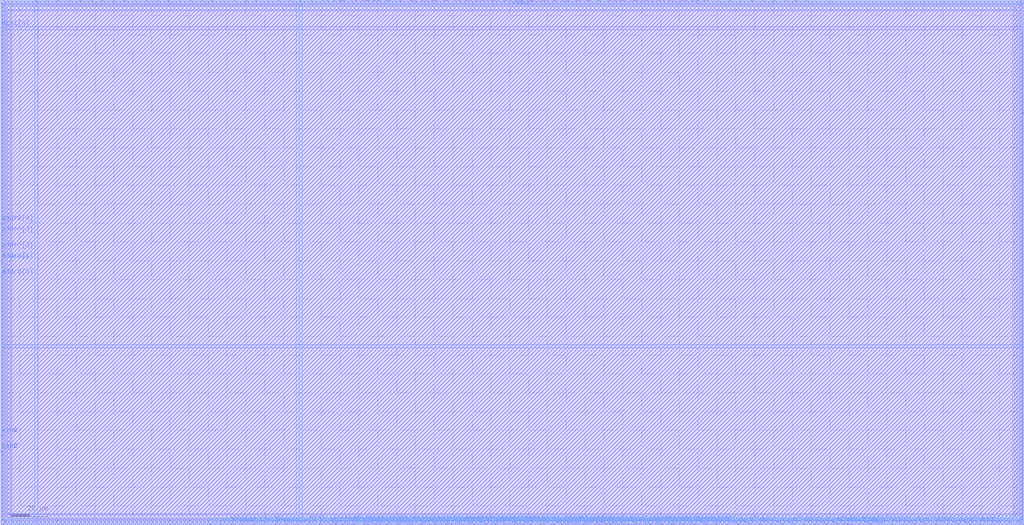
<source format=lef>
VERSION 5.4 ;
NAMESCASESENSITIVE ON ;
BUSBITCHARS "[]" ;
DIVIDERCHAR "/" ;
UNITS
  DATABASE MICRONS 1000 ;
END UNITS
MACRO tcm_mem_ram
   CLASS BLOCK ;
   SIZE 542.78 BY 278.5 ;
   SYMMETRY X Y R90 ;
   PIN din0[0]
      DIRECTION INPUT ;
      PORT
         LAYER met4 ;
         RECT  157.44 0.0 157.82 0.38 ;
      END
   END din0[0]
   PIN din0[1]
      DIRECTION INPUT ;
      PORT
         LAYER met4 ;
         RECT  163.28 0.0 163.66 0.38 ;
      END
   END din0[1]
   PIN din0[2]
      DIRECTION INPUT ;
      PORT
         LAYER met4 ;
         RECT  169.12 0.0 169.5 0.38 ;
      END
   END din0[2]
   PIN din0[3]
      DIRECTION INPUT ;
      PORT
         LAYER met4 ;
         RECT  174.96 0.0 175.34 0.38 ;
      END
   END din0[3]
   PIN din0[4]
      DIRECTION INPUT ;
      PORT
         LAYER met4 ;
         RECT  180.8 0.0 181.18 0.38 ;
      END
   END din0[4]
   PIN din0[5]
      DIRECTION INPUT ;
      PORT
         LAYER met4 ;
         RECT  186.64 0.0 187.02 0.38 ;
      END
   END din0[5]
   PIN din0[6]
      DIRECTION INPUT ;
      PORT
         LAYER met4 ;
         RECT  192.48 0.0 192.86 0.38 ;
      END
   END din0[6]
   PIN din0[7]
      DIRECTION INPUT ;
      PORT
         LAYER met4 ;
         RECT  198.32 0.0 198.7 0.38 ;
      END
   END din0[7]
   PIN din0[8]
      DIRECTION INPUT ;
      PORT
         LAYER met4 ;
         RECT  204.16 0.0 204.54 0.38 ;
      END
   END din0[8]
   PIN din0[9]
      DIRECTION INPUT ;
      PORT
         LAYER met4 ;
         RECT  210.0 0.0 210.38 0.38 ;
      END
   END din0[9]
   PIN din0[10]
      DIRECTION INPUT ;
      PORT
         LAYER met4 ;
         RECT  215.84 0.0 216.22 0.38 ;
      END
   END din0[10]
   PIN din0[11]
      DIRECTION INPUT ;
      PORT
         LAYER met4 ;
         RECT  221.68 0.0 222.06 0.38 ;
      END
   END din0[11]
   PIN din0[12]
      DIRECTION INPUT ;
      PORT
         LAYER met4 ;
         RECT  227.52 0.0 227.9 0.38 ;
      END
   END din0[12]
   PIN din0[13]
      DIRECTION INPUT ;
      PORT
         LAYER met4 ;
         RECT  233.36 0.0 233.74 0.38 ;
      END
   END din0[13]
   PIN din0[14]
      DIRECTION INPUT ;
      PORT
         LAYER met4 ;
         RECT  239.2 0.0 239.58 0.38 ;
      END
   END din0[14]
   PIN din0[15]
      DIRECTION INPUT ;
      PORT
         LAYER met4 ;
         RECT  245.04 0.0 245.42 0.38 ;
      END
   END din0[15]
   PIN din0[16]
      DIRECTION INPUT ;
      PORT
         LAYER met4 ;
         RECT  250.88 0.0 251.26 0.38 ;
      END
   END din0[16]
   PIN din0[17]
      DIRECTION INPUT ;
      PORT
         LAYER met4 ;
         RECT  256.72 0.0 257.1 0.38 ;
      END
   END din0[17]
   PIN din0[18]
      DIRECTION INPUT ;
      PORT
         LAYER met4 ;
         RECT  262.56 0.0 262.94 0.38 ;
      END
   END din0[18]
   PIN din0[19]
      DIRECTION INPUT ;
      PORT
         LAYER met4 ;
         RECT  268.4 0.0 268.78 0.38 ;
      END
   END din0[19]
   PIN din0[20]
      DIRECTION INPUT ;
      PORT
         LAYER met4 ;
         RECT  274.24 0.0 274.62 0.38 ;
      END
   END din0[20]
   PIN din0[21]
      DIRECTION INPUT ;
      PORT
         LAYER met4 ;
         RECT  280.08 0.0 280.46 0.38 ;
      END
   END din0[21]
   PIN din0[22]
      DIRECTION INPUT ;
      PORT
         LAYER met4 ;
         RECT  285.92 0.0 286.3 0.38 ;
      END
   END din0[22]
   PIN din0[23]
      DIRECTION INPUT ;
      PORT
         LAYER met4 ;
         RECT  291.76 0.0 292.14 0.38 ;
      END
   END din0[23]
   PIN din0[24]
      DIRECTION INPUT ;
      PORT
         LAYER met4 ;
         RECT  297.6 0.0 297.98 0.38 ;
      END
   END din0[24]
   PIN din0[25]
      DIRECTION INPUT ;
      PORT
         LAYER met4 ;
         RECT  303.44 0.0 303.82 0.38 ;
      END
   END din0[25]
   PIN din0[26]
      DIRECTION INPUT ;
      PORT
         LAYER met4 ;
         RECT  309.28 0.0 309.66 0.38 ;
      END
   END din0[26]
   PIN din0[27]
      DIRECTION INPUT ;
      PORT
         LAYER met4 ;
         RECT  315.12 0.0 315.5 0.38 ;
      END
   END din0[27]
   PIN din0[28]
      DIRECTION INPUT ;
      PORT
         LAYER met4 ;
         RECT  320.96 0.0 321.34 0.38 ;
      END
   END din0[28]
   PIN din0[29]
      DIRECTION INPUT ;
      PORT
         LAYER met4 ;
         RECT  326.8 0.0 327.18 0.38 ;
      END
   END din0[29]
   PIN din0[30]
      DIRECTION INPUT ;
      PORT
         LAYER met4 ;
         RECT  332.64 0.0 333.02 0.38 ;
      END
   END din0[30]
   PIN din0[31]
      DIRECTION INPUT ;
      PORT
         LAYER met4 ;
         RECT  338.48 0.0 338.86 0.38 ;
      END
   END din0[31]
   PIN din0[32]
      DIRECTION INPUT ;
      PORT
         LAYER met4 ;
         RECT  344.32 0.0 344.7 0.38 ;
      END
   END din0[32]
   PIN din0[33]
      DIRECTION INPUT ;
      PORT
         LAYER met4 ;
         RECT  350.16 0.0 350.54 0.38 ;
      END
   END din0[33]
   PIN din0[34]
      DIRECTION INPUT ;
      PORT
         LAYER met4 ;
         RECT  356.0 0.0 356.38 0.38 ;
      END
   END din0[34]
   PIN din0[35]
      DIRECTION INPUT ;
      PORT
         LAYER met4 ;
         RECT  361.84 0.0 362.22 0.38 ;
      END
   END din0[35]
   PIN din0[36]
      DIRECTION INPUT ;
      PORT
         LAYER met4 ;
         RECT  367.68 0.0 368.06 0.38 ;
      END
   END din0[36]
   PIN din0[37]
      DIRECTION INPUT ;
      PORT
         LAYER met4 ;
         RECT  373.52 0.0 373.9 0.38 ;
      END
   END din0[37]
   PIN din0[38]
      DIRECTION INPUT ;
      PORT
         LAYER met4 ;
         RECT  379.36 0.0 379.74 0.38 ;
      END
   END din0[38]
   PIN din0[39]
      DIRECTION INPUT ;
      PORT
         LAYER met4 ;
         RECT  385.2 0.0 385.58 0.38 ;
      END
   END din0[39]
   PIN din0[40]
      DIRECTION INPUT ;
      PORT
         LAYER met4 ;
         RECT  391.04 0.0 391.42 0.38 ;
      END
   END din0[40]
   PIN din0[41]
      DIRECTION INPUT ;
      PORT
         LAYER met4 ;
         RECT  396.88 0.0 397.26 0.38 ;
      END
   END din0[41]
   PIN din0[42]
      DIRECTION INPUT ;
      PORT
         LAYER met4 ;
         RECT  402.72 0.0 403.1 0.38 ;
      END
   END din0[42]
   PIN din0[43]
      DIRECTION INPUT ;
      PORT
         LAYER met4 ;
         RECT  408.56 0.0 408.94 0.38 ;
      END
   END din0[43]
   PIN din0[44]
      DIRECTION INPUT ;
      PORT
         LAYER met4 ;
         RECT  414.4 0.0 414.78 0.38 ;
      END
   END din0[44]
   PIN din0[45]
      DIRECTION INPUT ;
      PORT
         LAYER met4 ;
         RECT  420.24 0.0 420.62 0.38 ;
      END
   END din0[45]
   PIN din0[46]
      DIRECTION INPUT ;
      PORT
         LAYER met4 ;
         RECT  426.08 0.0 426.46 0.38 ;
      END
   END din0[46]
   PIN din0[47]
      DIRECTION INPUT ;
      PORT
         LAYER met4 ;
         RECT  431.92 0.0 432.3 0.38 ;
      END
   END din0[47]
   PIN din0[48]
      DIRECTION INPUT ;
      PORT
         LAYER met4 ;
         RECT  437.76 0.0 438.14 0.38 ;
      END
   END din0[48]
   PIN din0[49]
      DIRECTION INPUT ;
      PORT
         LAYER met4 ;
         RECT  443.6 0.0 443.98 0.38 ;
      END
   END din0[49]
   PIN din0[50]
      DIRECTION INPUT ;
      PORT
         LAYER met4 ;
         RECT  449.44 0.0 449.82 0.38 ;
      END
   END din0[50]
   PIN din0[51]
      DIRECTION INPUT ;
      PORT
         LAYER met4 ;
         RECT  455.28 0.0 455.66 0.38 ;
      END
   END din0[51]
   PIN din0[52]
      DIRECTION INPUT ;
      PORT
         LAYER met4 ;
         RECT  461.12 0.0 461.5 0.38 ;
      END
   END din0[52]
   PIN din0[53]
      DIRECTION INPUT ;
      PORT
         LAYER met4 ;
         RECT  466.96 0.0 467.34 0.38 ;
      END
   END din0[53]
   PIN din0[54]
      DIRECTION INPUT ;
      PORT
         LAYER met4 ;
         RECT  472.8 0.0 473.18 0.38 ;
      END
   END din0[54]
   PIN din0[55]
      DIRECTION INPUT ;
      PORT
         LAYER met4 ;
         RECT  478.64 0.0 479.02 0.38 ;
      END
   END din0[55]
   PIN din0[56]
      DIRECTION INPUT ;
      PORT
         LAYER met4 ;
         RECT  484.48 0.0 484.86 0.38 ;
      END
   END din0[56]
   PIN din0[57]
      DIRECTION INPUT ;
      PORT
         LAYER met4 ;
         RECT  490.32 0.0 490.7 0.38 ;
      END
   END din0[57]
   PIN din0[58]
      DIRECTION INPUT ;
      PORT
         LAYER met4 ;
         RECT  496.16 0.0 496.54 0.38 ;
      END
   END din0[58]
   PIN din0[59]
      DIRECTION INPUT ;
      PORT
         LAYER met4 ;
         RECT  502.0 0.0 502.38 0.38 ;
      END
   END din0[59]
   PIN din0[60]
      DIRECTION INPUT ;
      PORT
         LAYER met4 ;
         RECT  507.84 0.0 508.22 0.38 ;
      END
   END din0[60]
   PIN din0[61]
      DIRECTION INPUT ;
      PORT
         LAYER met4 ;
         RECT  513.68 0.0 514.06 0.38 ;
      END
   END din0[61]
   PIN din0[62]
      DIRECTION INPUT ;
      PORT
         LAYER met4 ;
         RECT  519.52 0.0 519.9 0.38 ;
      END
   END din0[62]
   PIN din0[63]
      DIRECTION INPUT ;
      PORT
         LAYER met4 ;
         RECT  525.36 0.0 525.74 0.38 ;
      END
   END din0[63]
   PIN din1[0]
      DIRECTION INPUT ;
      PORT
         LAYER met3 ;
         RECT  0.0 263.25 0.38 263.63 ;
      END
   END din1[0]
   PIN din1[1]
      DIRECTION INPUT ;
      PORT
         LAYER met4 ;
         RECT  18.74 278.12 19.12 278.5 ;
      END
   END din1[1]
   PIN din1[2]
      DIRECTION INPUT ;
      PORT
         LAYER met4 ;
         RECT  24.58 278.12 24.96 278.5 ;
      END
   END din1[2]
   PIN din1[3]
      DIRECTION INPUT ;
      PORT
         LAYER met4 ;
         RECT  30.42 278.12 30.8 278.5 ;
      END
   END din1[3]
   PIN din1[4]
      DIRECTION INPUT ;
      PORT
         LAYER met4 ;
         RECT  36.26 278.12 36.64 278.5 ;
      END
   END din1[4]
   PIN din1[5]
      DIRECTION INPUT ;
      PORT
         LAYER met4 ;
         RECT  42.1 278.12 42.48 278.5 ;
      END
   END din1[5]
   PIN din1[6]
      DIRECTION INPUT ;
      PORT
         LAYER met4 ;
         RECT  47.94 278.12 48.32 278.5 ;
      END
   END din1[6]
   PIN din1[7]
      DIRECTION INPUT ;
      PORT
         LAYER met4 ;
         RECT  53.78 278.12 54.16 278.5 ;
      END
   END din1[7]
   PIN din1[8]
      DIRECTION INPUT ;
      PORT
         LAYER met4 ;
         RECT  59.62 278.12 60.0 278.5 ;
      END
   END din1[8]
   PIN din1[9]
      DIRECTION INPUT ;
      PORT
         LAYER met4 ;
         RECT  65.46 278.12 65.84 278.5 ;
      END
   END din1[9]
   PIN din1[10]
      DIRECTION INPUT ;
      PORT
         LAYER met4 ;
         RECT  71.3 278.12 71.68 278.5 ;
      END
   END din1[10]
   PIN din1[11]
      DIRECTION INPUT ;
      PORT
         LAYER met4 ;
         RECT  77.14 278.12 77.52 278.5 ;
      END
   END din1[11]
   PIN din1[12]
      DIRECTION INPUT ;
      PORT
         LAYER met4 ;
         RECT  82.98 278.12 83.36 278.5 ;
      END
   END din1[12]
   PIN din1[13]
      DIRECTION INPUT ;
      PORT
         LAYER met4 ;
         RECT  88.82 278.12 89.2 278.5 ;
      END
   END din1[13]
   PIN din1[14]
      DIRECTION INPUT ;
      PORT
         LAYER met4 ;
         RECT  94.66 278.12 95.04 278.5 ;
      END
   END din1[14]
   PIN din1[15]
      DIRECTION INPUT ;
      PORT
         LAYER met4 ;
         RECT  100.5 278.12 100.88 278.5 ;
      END
   END din1[15]
   PIN din1[16]
      DIRECTION INPUT ;
      PORT
         LAYER met4 ;
         RECT  106.34 278.12 106.72 278.5 ;
      END
   END din1[16]
   PIN din1[17]
      DIRECTION INPUT ;
      PORT
         LAYER met4 ;
         RECT  112.18 278.12 112.56 278.5 ;
      END
   END din1[17]
   PIN din1[18]
      DIRECTION INPUT ;
      PORT
         LAYER met4 ;
         RECT  118.02 278.12 118.4 278.5 ;
      END
   END din1[18]
   PIN din1[19]
      DIRECTION INPUT ;
      PORT
         LAYER met4 ;
         RECT  123.86 278.12 124.24 278.5 ;
      END
   END din1[19]
   PIN din1[20]
      DIRECTION INPUT ;
      PORT
         LAYER met4 ;
         RECT  129.7 278.12 130.08 278.5 ;
      END
   END din1[20]
   PIN din1[21]
      DIRECTION INPUT ;
      PORT
         LAYER met4 ;
         RECT  135.54 278.12 135.92 278.5 ;
      END
   END din1[21]
   PIN din1[22]
      DIRECTION INPUT ;
      PORT
         LAYER met4 ;
         RECT  141.38 278.12 141.76 278.5 ;
      END
   END din1[22]
   PIN din1[23]
      DIRECTION INPUT ;
      PORT
         LAYER met4 ;
         RECT  147.22 278.12 147.6 278.5 ;
      END
   END din1[23]
   PIN din1[24]
      DIRECTION INPUT ;
      PORT
         LAYER met4 ;
         RECT  153.06 278.12 153.44 278.5 ;
      END
   END din1[24]
   PIN din1[25]
      DIRECTION INPUT ;
      PORT
         LAYER met4 ;
         RECT  158.9 278.12 159.28 278.5 ;
      END
   END din1[25]
   PIN din1[26]
      DIRECTION INPUT ;
      PORT
         LAYER met4 ;
         RECT  164.74 278.12 165.12 278.5 ;
      END
   END din1[26]
   PIN din1[27]
      DIRECTION INPUT ;
      PORT
         LAYER met4 ;
         RECT  170.58 278.12 170.96 278.5 ;
      END
   END din1[27]
   PIN din1[28]
      DIRECTION INPUT ;
      PORT
         LAYER met4 ;
         RECT  176.42 278.12 176.8 278.5 ;
      END
   END din1[28]
   PIN din1[29]
      DIRECTION INPUT ;
      PORT
         LAYER met4 ;
         RECT  182.26 278.12 182.64 278.5 ;
      END
   END din1[29]
   PIN din1[30]
      DIRECTION INPUT ;
      PORT
         LAYER met4 ;
         RECT  188.1 278.12 188.48 278.5 ;
      END
   END din1[30]
   PIN din1[31]
      DIRECTION INPUT ;
      PORT
         LAYER met4 ;
         RECT  193.94 278.12 194.32 278.5 ;
      END
   END din1[31]
   PIN din1[32]
      DIRECTION INPUT ;
      PORT
         LAYER met4 ;
         RECT  199.78 278.12 200.16 278.5 ;
      END
   END din1[32]
   PIN din1[33]
      DIRECTION INPUT ;
      PORT
         LAYER met4 ;
         RECT  205.62 278.12 206.0 278.5 ;
      END
   END din1[33]
   PIN din1[34]
      DIRECTION INPUT ;
      PORT
         LAYER met4 ;
         RECT  211.46 278.12 211.84 278.5 ;
      END
   END din1[34]
   PIN din1[35]
      DIRECTION INPUT ;
      PORT
         LAYER met4 ;
         RECT  217.3 278.12 217.68 278.5 ;
      END
   END din1[35]
   PIN din1[36]
      DIRECTION INPUT ;
      PORT
         LAYER met4 ;
         RECT  223.14 278.12 223.52 278.5 ;
      END
   END din1[36]
   PIN din1[37]
      DIRECTION INPUT ;
      PORT
         LAYER met4 ;
         RECT  228.98 278.12 229.36 278.5 ;
      END
   END din1[37]
   PIN din1[38]
      DIRECTION INPUT ;
      PORT
         LAYER met4 ;
         RECT  234.82 278.12 235.2 278.5 ;
      END
   END din1[38]
   PIN din1[39]
      DIRECTION INPUT ;
      PORT
         LAYER met4 ;
         RECT  240.66 278.12 241.04 278.5 ;
      END
   END din1[39]
   PIN din1[40]
      DIRECTION INPUT ;
      PORT
         LAYER met4 ;
         RECT  246.5 278.12 246.88 278.5 ;
      END
   END din1[40]
   PIN din1[41]
      DIRECTION INPUT ;
      PORT
         LAYER met4 ;
         RECT  252.34 278.12 252.72 278.5 ;
      END
   END din1[41]
   PIN din1[42]
      DIRECTION INPUT ;
      PORT
         LAYER met4 ;
         RECT  258.18 278.12 258.56 278.5 ;
      END
   END din1[42]
   PIN din1[43]
      DIRECTION INPUT ;
      PORT
         LAYER met4 ;
         RECT  264.02 278.12 264.4 278.5 ;
      END
   END din1[43]
   PIN din1[44]
      DIRECTION INPUT ;
      PORT
         LAYER met4 ;
         RECT  269.86 278.12 270.24 278.5 ;
      END
   END din1[44]
   PIN din1[45]
      DIRECTION INPUT ;
      PORT
         LAYER met4 ;
         RECT  275.7 278.12 276.08 278.5 ;
      END
   END din1[45]
   PIN din1[46]
      DIRECTION INPUT ;
      PORT
         LAYER met4 ;
         RECT  281.54 278.12 281.92 278.5 ;
      END
   END din1[46]
   PIN din1[47]
      DIRECTION INPUT ;
      PORT
         LAYER met4 ;
         RECT  287.38 278.12 287.76 278.5 ;
      END
   END din1[47]
   PIN din1[48]
      DIRECTION INPUT ;
      PORT
         LAYER met4 ;
         RECT  293.22 278.12 293.6 278.5 ;
      END
   END din1[48]
   PIN din1[49]
      DIRECTION INPUT ;
      PORT
         LAYER met4 ;
         RECT  299.06 278.12 299.44 278.5 ;
      END
   END din1[49]
   PIN din1[50]
      DIRECTION INPUT ;
      PORT
         LAYER met4 ;
         RECT  304.9 278.12 305.28 278.5 ;
      END
   END din1[50]
   PIN din1[51]
      DIRECTION INPUT ;
      PORT
         LAYER met4 ;
         RECT  310.74 278.12 311.12 278.5 ;
      END
   END din1[51]
   PIN din1[52]
      DIRECTION INPUT ;
      PORT
         LAYER met4 ;
         RECT  316.58 278.12 316.96 278.5 ;
      END
   END din1[52]
   PIN din1[53]
      DIRECTION INPUT ;
      PORT
         LAYER met4 ;
         RECT  322.42 278.12 322.8 278.5 ;
      END
   END din1[53]
   PIN din1[54]
      DIRECTION INPUT ;
      PORT
         LAYER met4 ;
         RECT  328.26 278.12 328.64 278.5 ;
      END
   END din1[54]
   PIN din1[55]
      DIRECTION INPUT ;
      PORT
         LAYER met4 ;
         RECT  334.1 278.12 334.48 278.5 ;
      END
   END din1[55]
   PIN din1[56]
      DIRECTION INPUT ;
      PORT
         LAYER met4 ;
         RECT  339.94 278.12 340.32 278.5 ;
      END
   END din1[56]
   PIN din1[57]
      DIRECTION INPUT ;
      PORT
         LAYER met4 ;
         RECT  345.78 278.12 346.16 278.5 ;
      END
   END din1[57]
   PIN din1[58]
      DIRECTION INPUT ;
      PORT
         LAYER met4 ;
         RECT  351.62 278.12 352.0 278.5 ;
      END
   END din1[58]
   PIN din1[59]
      DIRECTION INPUT ;
      PORT
         LAYER met4 ;
         RECT  357.46 278.12 357.84 278.5 ;
      END
   END din1[59]
   PIN din1[60]
      DIRECTION INPUT ;
      PORT
         LAYER met4 ;
         RECT  363.3 278.12 363.68 278.5 ;
      END
   END din1[60]
   PIN din1[61]
      DIRECTION INPUT ;
      PORT
         LAYER met4 ;
         RECT  369.14 278.12 369.52 278.5 ;
      END
   END din1[61]
   PIN din1[62]
      DIRECTION INPUT ;
      PORT
         LAYER met4 ;
         RECT  374.98 278.12 375.36 278.5 ;
      END
   END din1[62]
   PIN din1[63]
      DIRECTION INPUT ;
      PORT
         LAYER met4 ;
         RECT  380.82 278.12 381.2 278.5 ;
      END
   END din1[63]
   PIN addr0[0]
      DIRECTION INPUT ;
      PORT
         LAYER met3 ;
         RECT  0.0 131.4 0.38 131.78 ;
      END
   END addr0[0]
   PIN addr0[1]
      DIRECTION INPUT ;
      PORT
         LAYER met3 ;
         RECT  0.0 139.9 0.38 140.28 ;
      END
   END addr0[1]
   PIN addr0[2]
      DIRECTION INPUT ;
      PORT
         LAYER met3 ;
         RECT  0.0 145.54 0.38 145.92 ;
      END
   END addr0[2]
   PIN addr0[3]
      DIRECTION INPUT ;
      PORT
         LAYER met3 ;
         RECT  0.0 154.04 0.38 154.42 ;
      END
   END addr0[3]
   PIN addr0[4]
      DIRECTION INPUT ;
      PORT
         LAYER met3 ;
         RECT  0.0 159.68 0.38 160.06 ;
      END
   END addr0[4]
   PIN addr1[0]
      DIRECTION INPUT ;
      PORT
         LAYER met3 ;
         RECT  542.4 94.43 542.78 94.81 ;
      END
   END addr1[0]
   PIN addr1[1]
      DIRECTION INPUT ;
      PORT
         LAYER met4 ;
         RECT  446.945 0.0 447.325 0.38 ;
      END
   END addr1[1]
   PIN addr1[2]
      DIRECTION INPUT ;
      PORT
         LAYER met4 ;
         RECT  451.43 0.0 451.81 0.38 ;
      END
   END addr1[2]
   PIN addr1[3]
      DIRECTION INPUT ;
      PORT
         LAYER met4 ;
         RECT  447.635 0.0 448.015 0.38 ;
      END
   END addr1[3]
   PIN addr1[4]
      DIRECTION INPUT ;
      PORT
         LAYER met4 ;
         RECT  450.74 0.0 451.12 0.38 ;
      END
   END addr1[4]
   PIN csb0
      DIRECTION INPUT ;
      PORT
         LAYER met3 ;
         RECT  0.0 38.69 0.38 39.07 ;
      END
   END csb0
   PIN csb1
      DIRECTION INPUT ;
      PORT
         LAYER met3 ;
         RECT  542.4 218.76 542.78 219.14 ;
      END
   END csb1
   PIN web0
      DIRECTION INPUT ;
      PORT
         LAYER met3 ;
         RECT  0.0 47.19 0.38 47.57 ;
      END
   END web0
   PIN web1
      DIRECTION INPUT ;
      PORT
         LAYER met3 ;
         RECT  542.4 210.26 542.78 210.64 ;
      END
   END web1
   PIN clk0
      DIRECTION INPUT ;
      PORT
         LAYER met3 ;
         RECT  0.0 39.435 0.38 39.815 ;
      END
   END clk0
   PIN clk1
      DIRECTION INPUT ;
      PORT
         LAYER met3 ;
         RECT  542.4 218.015 542.78 218.395 ;
      END
   END clk1
   PIN wmask0[0]
      DIRECTION INPUT ;
      PORT
         LAYER met4 ;
         RECT  110.72 0.0 111.1 0.38 ;
      END
   END wmask0[0]
   PIN wmask0[1]
      DIRECTION INPUT ;
      PORT
         LAYER met4 ;
         RECT  116.56 0.0 116.94 0.38 ;
      END
   END wmask0[1]
   PIN wmask0[2]
      DIRECTION INPUT ;
      PORT
         LAYER met4 ;
         RECT  122.4 0.0 122.78 0.38 ;
      END
   END wmask0[2]
   PIN wmask0[3]
      DIRECTION INPUT ;
      PORT
         LAYER met4 ;
         RECT  128.24 0.0 128.62 0.38 ;
      END
   END wmask0[3]
   PIN wmask0[4]
      DIRECTION INPUT ;
      PORT
         LAYER met4 ;
         RECT  134.08 0.0 134.46 0.38 ;
      END
   END wmask0[4]
   PIN wmask0[5]
      DIRECTION INPUT ;
      PORT
         LAYER met4 ;
         RECT  139.92 0.0 140.3 0.38 ;
      END
   END wmask0[5]
   PIN wmask0[6]
      DIRECTION INPUT ;
      PORT
         LAYER met4 ;
         RECT  145.76 0.0 146.14 0.38 ;
      END
   END wmask0[6]
   PIN wmask0[7]
      DIRECTION INPUT ;
      PORT
         LAYER met4 ;
         RECT  151.6 0.0 151.98 0.38 ;
      END
   END wmask0[7]
   PIN wmask1[0]
      DIRECTION INPUT ;
      PORT
         LAYER met4 ;
         RECT  386.66 278.12 387.04 278.5 ;
      END
   END wmask1[0]
   PIN wmask1[1]
      DIRECTION INPUT ;
      PORT
         LAYER met4 ;
         RECT  392.5 278.12 392.88 278.5 ;
      END
   END wmask1[1]
   PIN wmask1[2]
      DIRECTION INPUT ;
      PORT
         LAYER met4 ;
         RECT  398.34 278.12 398.72 278.5 ;
      END
   END wmask1[2]
   PIN wmask1[3]
      DIRECTION INPUT ;
      PORT
         LAYER met4 ;
         RECT  404.18 278.12 404.56 278.5 ;
      END
   END wmask1[3]
   PIN wmask1[4]
      DIRECTION INPUT ;
      PORT
         LAYER met4 ;
         RECT  410.02 278.12 410.4 278.5 ;
      END
   END wmask1[4]
   PIN wmask1[5]
      DIRECTION INPUT ;
      PORT
         LAYER met4 ;
         RECT  415.86 278.12 416.24 278.5 ;
      END
   END wmask1[5]
   PIN wmask1[6]
      DIRECTION INPUT ;
      PORT
         LAYER met4 ;
         RECT  421.7 278.12 422.08 278.5 ;
      END
   END wmask1[6]
   PIN wmask1[7]
      DIRECTION INPUT ;
      PORT
         LAYER met4 ;
         RECT  427.54 278.12 427.92 278.5 ;
      END
   END wmask1[7]
   PIN dout0[0]
      DIRECTION OUTPUT ;
      PORT
         LAYER met4 ;
         RECT  176.025 0.0 176.405 0.38 ;
      END
   END dout0[0]
   PIN dout0[1]
      DIRECTION OUTPUT ;
      PORT
         LAYER met4 ;
         RECT  177.735 0.0 178.115 0.38 ;
      END
   END dout0[1]
   PIN dout0[2]
      DIRECTION OUTPUT ;
      PORT
         LAYER met4 ;
         RECT  181.49 0.0 181.87 0.38 ;
      END
   END dout0[2]
   PIN dout0[3]
      DIRECTION OUTPUT ;
      PORT
         LAYER met4 ;
         RECT  183.975 0.0 184.355 0.38 ;
      END
   END dout0[3]
   PIN dout0[4]
      DIRECTION OUTPUT ;
      PORT
         LAYER met4 ;
         RECT  187.33 0.0 187.71 0.38 ;
      END
   END dout0[4]
   PIN dout0[5]
      DIRECTION OUTPUT ;
      PORT
         LAYER met4 ;
         RECT  193.17 0.0 193.55 0.38 ;
      END
   END dout0[5]
   PIN dout0[6]
      DIRECTION OUTPUT ;
      PORT
         LAYER met4 ;
         RECT  194.745 0.0 195.125 0.38 ;
      END
   END dout0[6]
   PIN dout0[7]
      DIRECTION OUTPUT ;
      PORT
         LAYER met4 ;
         RECT  199.01 0.0 199.39 0.38 ;
      END
   END dout0[7]
   PIN dout0[8]
      DIRECTION OUTPUT ;
      PORT
         LAYER met4 ;
         RECT  200.985 0.0 201.365 0.38 ;
      END
   END dout0[8]
   PIN dout0[9]
      DIRECTION OUTPUT ;
      PORT
         LAYER met4 ;
         RECT  204.85 0.0 205.23 0.38 ;
      END
   END dout0[9]
   PIN dout0[10]
      DIRECTION OUTPUT ;
      PORT
         LAYER met4 ;
         RECT  205.845 0.0 206.225 0.38 ;
      END
   END dout0[10]
   PIN dout0[11]
      DIRECTION OUTPUT ;
      PORT
         LAYER met4 ;
         RECT  210.875 0.0 211.255 0.38 ;
      END
   END dout0[11]
   PIN dout0[12]
      DIRECTION OUTPUT ;
      PORT
         LAYER met4 ;
         RECT  212.085 0.0 212.465 0.38 ;
      END
   END dout0[12]
   PIN dout0[13]
      DIRECTION OUTPUT ;
      PORT
         LAYER met4 ;
         RECT  217.115 0.0 217.495 0.38 ;
      END
   END dout0[13]
   PIN dout0[14]
      DIRECTION OUTPUT ;
      PORT
         LAYER met4 ;
         RECT  218.325 0.0 218.705 0.38 ;
      END
   END dout0[14]
   PIN dout0[15]
      DIRECTION OUTPUT ;
      PORT
         LAYER met4 ;
         RECT  223.3 0.0 223.68 0.38 ;
      END
   END dout0[15]
   PIN dout0[16]
      DIRECTION OUTPUT ;
      PORT
         LAYER met4 ;
         RECT  224.82 0.0 225.2 0.38 ;
      END
   END dout0[16]
   PIN dout0[17]
      DIRECTION OUTPUT ;
      PORT
         LAYER met4 ;
         RECT  229.595 0.0 229.975 0.38 ;
      END
   END dout0[17]
   PIN dout0[18]
      DIRECTION OUTPUT ;
      PORT
         LAYER met4 ;
         RECT  230.805 0.0 231.185 0.38 ;
      END
   END dout0[18]
   PIN dout0[19]
      DIRECTION OUTPUT ;
      PORT
         LAYER met4 ;
         RECT  235.835 0.0 236.215 0.38 ;
      END
   END dout0[19]
   PIN dout0[20]
      DIRECTION OUTPUT ;
      PORT
         LAYER met4 ;
         RECT  237.045 0.0 237.425 0.38 ;
      END
   END dout0[20]
   PIN dout0[21]
      DIRECTION OUTPUT ;
      PORT
         LAYER met4 ;
         RECT  242.075 0.0 242.455 0.38 ;
      END
   END dout0[21]
   PIN dout0[22]
      DIRECTION OUTPUT ;
      PORT
         LAYER met4 ;
         RECT  243.235 0.0 243.615 0.38 ;
      END
   END dout0[22]
   PIN dout0[23]
      DIRECTION OUTPUT ;
      PORT
         LAYER met4 ;
         RECT  248.26 0.0 248.64 0.38 ;
      END
   END dout0[23]
   PIN dout0[24]
      DIRECTION OUTPUT ;
      PORT
         LAYER met4 ;
         RECT  251.57 0.0 251.95 0.38 ;
      END
   END dout0[24]
   PIN dout0[25]
      DIRECTION OUTPUT ;
      PORT
         LAYER met4 ;
         RECT  254.555 0.0 254.935 0.38 ;
      END
   END dout0[25]
   PIN dout0[26]
      DIRECTION OUTPUT ;
      PORT
         LAYER met4 ;
         RECT  257.41 0.0 257.79 0.38 ;
      END
   END dout0[26]
   PIN dout0[27]
      DIRECTION OUTPUT ;
      PORT
         LAYER met4 ;
         RECT  260.755 0.0 261.135 0.38 ;
      END
   END dout0[27]
   PIN dout0[28]
      DIRECTION OUTPUT ;
      PORT
         LAYER met4 ;
         RECT  263.385 0.0 263.765 0.38 ;
      END
   END dout0[28]
   PIN dout0[29]
      DIRECTION OUTPUT ;
      PORT
         LAYER met4 ;
         RECT  266.595 0.0 266.975 0.38 ;
      END
   END dout0[29]
   PIN dout0[30]
      DIRECTION OUTPUT ;
      PORT
         LAYER met4 ;
         RECT  269.625 0.0 270.005 0.38 ;
      END
   END dout0[30]
   PIN dout0[31]
      DIRECTION OUTPUT ;
      PORT
         LAYER met4 ;
         RECT  272.435 0.0 272.815 0.38 ;
      END
   END dout0[31]
   PIN dout0[32]
      DIRECTION OUTPUT ;
      PORT
         LAYER met4 ;
         RECT  275.865 0.0 276.245 0.38 ;
      END
   END dout0[32]
   PIN dout0[33]
      DIRECTION OUTPUT ;
      PORT
         LAYER met4 ;
         RECT  277.575 0.0 277.955 0.38 ;
      END
   END dout0[33]
   PIN dout0[34]
      DIRECTION OUTPUT ;
      PORT
         LAYER met4 ;
         RECT  280.785 0.0 281.165 0.38 ;
      END
   END dout0[34]
   PIN dout0[35]
      DIRECTION OUTPUT ;
      PORT
         LAYER met4 ;
         RECT  286.61 0.0 286.99 0.38 ;
      END
   END dout0[35]
   PIN dout0[36]
      DIRECTION OUTPUT ;
      PORT
         LAYER met4 ;
         RECT  288.345 0.0 288.725 0.38 ;
      END
   END dout0[36]
   PIN dout0[37]
      DIRECTION OUTPUT ;
      PORT
         LAYER met4 ;
         RECT  292.45 0.0 292.83 0.38 ;
      END
   END dout0[37]
   PIN dout0[38]
      DIRECTION OUTPUT ;
      PORT
         LAYER met4 ;
         RECT  293.205 0.0 293.585 0.38 ;
      END
   END dout0[38]
   PIN dout0[39]
      DIRECTION OUTPUT ;
      PORT
         LAYER met4 ;
         RECT  298.29 0.0 298.67 0.38 ;
      END
   END dout0[39]
   PIN dout0[40]
      DIRECTION OUTPUT ;
      PORT
         LAYER met4 ;
         RECT  300.825 0.0 301.205 0.38 ;
      END
   END dout0[40]
   PIN dout0[41]
      DIRECTION OUTPUT ;
      PORT
         LAYER met4 ;
         RECT  304.475 0.0 304.855 0.38 ;
      END
   END dout0[41]
   PIN dout0[42]
      DIRECTION OUTPUT ;
      PORT
         LAYER met4 ;
         RECT  305.685 0.0 306.065 0.38 ;
      END
   END dout0[42]
   PIN dout0[43]
      DIRECTION OUTPUT ;
      PORT
         LAYER met4 ;
         RECT  310.715 0.0 311.095 0.38 ;
      END
   END dout0[43]
   PIN dout0[44]
      DIRECTION OUTPUT ;
      PORT
         LAYER met4 ;
         RECT  311.925 0.0 312.305 0.38 ;
      END
   END dout0[44]
   PIN dout0[45]
      DIRECTION OUTPUT ;
      PORT
         LAYER met4 ;
         RECT  316.955 0.0 317.335 0.38 ;
      END
   END dout0[45]
   PIN dout0[46]
      DIRECTION OUTPUT ;
      PORT
         LAYER met4 ;
         RECT  318.165 0.0 318.545 0.38 ;
      END
   END dout0[46]
   PIN dout0[47]
      DIRECTION OUTPUT ;
      PORT
         LAYER met4 ;
         RECT  323.14 0.0 323.52 0.38 ;
      END
   END dout0[47]
   PIN dout0[48]
      DIRECTION OUTPUT ;
      PORT
         LAYER met4 ;
         RECT  324.66 0.0 325.04 0.38 ;
      END
   END dout0[48]
   PIN dout0[49]
      DIRECTION OUTPUT ;
      PORT
         LAYER met4 ;
         RECT  329.435 0.0 329.815 0.38 ;
      END
   END dout0[49]
   PIN dout0[50]
      DIRECTION OUTPUT ;
      PORT
         LAYER met4 ;
         RECT  330.645 0.0 331.025 0.38 ;
      END
   END dout0[50]
   PIN dout0[51]
      DIRECTION OUTPUT ;
      PORT
         LAYER met4 ;
         RECT  335.675 0.0 336.055 0.38 ;
      END
   END dout0[51]
   PIN dout0[52]
      DIRECTION OUTPUT ;
      PORT
         LAYER met4 ;
         RECT  336.675 0.0 337.055 0.38 ;
      END
   END dout0[52]
   PIN dout0[53]
      DIRECTION OUTPUT ;
      PORT
         LAYER met4 ;
         RECT  341.915 0.0 342.295 0.38 ;
      END
   END dout0[53]
   PIN dout0[54]
      DIRECTION OUTPUT ;
      PORT
         LAYER met4 ;
         RECT  345.01 0.0 345.39 0.38 ;
      END
   END dout0[54]
   PIN dout0[55]
      DIRECTION OUTPUT ;
      PORT
         LAYER met4 ;
         RECT  348.1 0.0 348.48 0.38 ;
      END
   END dout0[55]
   PIN dout0[56]
      DIRECTION OUTPUT ;
      PORT
         LAYER met4 ;
         RECT  350.85 0.0 351.23 0.38 ;
      END
   END dout0[56]
   PIN dout0[57]
      DIRECTION OUTPUT ;
      PORT
         LAYER met4 ;
         RECT  354.195 0.0 354.575 0.38 ;
      END
   END dout0[57]
   PIN dout0[58]
      DIRECTION OUTPUT ;
      PORT
         LAYER met4 ;
         RECT  356.985 0.0 357.365 0.38 ;
      END
   END dout0[58]
   PIN dout0[59]
      DIRECTION OUTPUT ;
      PORT
         LAYER met4 ;
         RECT  360.035 0.0 360.415 0.38 ;
      END
   END dout0[59]
   PIN dout0[60]
      DIRECTION OUTPUT ;
      PORT
         LAYER met4 ;
         RECT  362.53 0.0 362.91 0.38 ;
      END
   END dout0[60]
   PIN dout0[61]
      DIRECTION OUTPUT ;
      PORT
         LAYER met4 ;
         RECT  365.875 0.0 366.255 0.38 ;
      END
   END dout0[61]
   PIN dout0[62]
      DIRECTION OUTPUT ;
      PORT
         LAYER met4 ;
         RECT  368.37 0.0 368.75 0.38 ;
      END
   END dout0[62]
   PIN dout0[63]
      DIRECTION OUTPUT ;
      PORT
         LAYER met4 ;
         RECT  374.21 0.0 374.59 0.38 ;
      END
   END dout0[63]
   PIN dout1[0]
      DIRECTION OUTPUT ;
      PORT
         LAYER met4 ;
         RECT  173.38 278.12 173.76 278.5 ;
      END
   END dout1[0]
   PIN dout1[1]
      DIRECTION OUTPUT ;
      PORT
         LAYER met4 ;
         RECT  179.675 278.12 180.055 278.5 ;
      END
   END dout1[1]
   PIN dout1[2]
      DIRECTION OUTPUT ;
      PORT
         LAYER met4 ;
         RECT  180.455 278.12 180.835 278.5 ;
      END
   END dout1[2]
   PIN dout1[3]
      DIRECTION OUTPUT ;
      PORT
         LAYER met4 ;
         RECT  185.915 278.12 186.295 278.5 ;
      END
   END dout1[3]
   PIN dout1[4]
      DIRECTION OUTPUT ;
      PORT
         LAYER met4 ;
         RECT  188.79 278.12 189.17 278.5 ;
      END
   END dout1[4]
   PIN dout1[5]
      DIRECTION OUTPUT ;
      PORT
         LAYER met4 ;
         RECT  192.135 278.12 192.515 278.5 ;
      END
   END dout1[5]
   PIN dout1[6]
      DIRECTION OUTPUT ;
      PORT
         LAYER met4 ;
         RECT  194.745 278.12 195.125 278.5 ;
      END
   END dout1[6]
   PIN dout1[7]
      DIRECTION OUTPUT ;
      PORT
         LAYER met4 ;
         RECT  197.975 278.12 198.355 278.5 ;
      END
   END dout1[7]
   PIN dout1[8]
      DIRECTION OUTPUT ;
      PORT
         LAYER met4 ;
         RECT  200.985 278.12 201.365 278.5 ;
      END
   END dout1[8]
   PIN dout1[9]
      DIRECTION OUTPUT ;
      PORT
         LAYER met4 ;
         RECT  203.815 278.12 204.195 278.5 ;
      END
   END dout1[9]
   PIN dout1[10]
      DIRECTION OUTPUT ;
      PORT
         LAYER met4 ;
         RECT  206.31 278.12 206.69 278.5 ;
      END
   END dout1[10]
   PIN dout1[11]
      DIRECTION OUTPUT ;
      PORT
         LAYER met4 ;
         RECT  208.935 278.12 209.315 278.5 ;
      END
   END dout1[11]
   PIN dout1[12]
      DIRECTION OUTPUT ;
      PORT
         LAYER met4 ;
         RECT  212.15 278.12 212.53 278.5 ;
      END
   END dout1[12]
   PIN dout1[13]
      DIRECTION OUTPUT ;
      PORT
         LAYER met4 ;
         RECT  217.99 278.12 218.37 278.5 ;
      END
   END dout1[13]
   PIN dout1[14]
      DIRECTION OUTPUT ;
      PORT
         LAYER met4 ;
         RECT  219.705 278.12 220.085 278.5 ;
      END
   END dout1[14]
   PIN dout1[15]
      DIRECTION OUTPUT ;
      PORT
         LAYER met4 ;
         RECT  223.83 278.12 224.21 278.5 ;
      END
   END dout1[15]
   PIN dout1[16]
      DIRECTION OUTPUT ;
      PORT
         LAYER met4 ;
         RECT  225.945 278.12 226.325 278.5 ;
      END
   END dout1[16]
   PIN dout1[17]
      DIRECTION OUTPUT ;
      PORT
         LAYER met4 ;
         RECT  229.67 278.12 230.05 278.5 ;
      END
   END dout1[17]
   PIN dout1[18]
      DIRECTION OUTPUT ;
      PORT
         LAYER met4 ;
         RECT  230.805 278.12 231.185 278.5 ;
      END
   END dout1[18]
   PIN dout1[19]
      DIRECTION OUTPUT ;
      PORT
         LAYER met4 ;
         RECT  235.835 278.12 236.215 278.5 ;
      END
   END dout1[19]
   PIN dout1[20]
      DIRECTION OUTPUT ;
      PORT
         LAYER met4 ;
         RECT  237.045 278.12 237.425 278.5 ;
      END
   END dout1[20]
   PIN dout1[21]
      DIRECTION OUTPUT ;
      PORT
         LAYER met4 ;
         RECT  242.075 278.12 242.455 278.5 ;
      END
   END dout1[21]
   PIN dout1[22]
      DIRECTION OUTPUT ;
      PORT
         LAYER met4 ;
         RECT  243.285 278.12 243.665 278.5 ;
      END
   END dout1[22]
   PIN dout1[23]
      DIRECTION OUTPUT ;
      PORT
         LAYER met4 ;
         RECT  248.26 278.12 248.64 278.5 ;
      END
   END dout1[23]
   PIN dout1[24]
      DIRECTION OUTPUT ;
      PORT
         LAYER met4 ;
         RECT  249.585 278.12 249.965 278.5 ;
      END
   END dout1[24]
   PIN dout1[25]
      DIRECTION OUTPUT ;
      PORT
         LAYER met4 ;
         RECT  254.555 278.12 254.935 278.5 ;
      END
   END dout1[25]
   PIN dout1[26]
      DIRECTION OUTPUT ;
      PORT
         LAYER met4 ;
         RECT  255.765 278.12 256.145 278.5 ;
      END
   END dout1[26]
   PIN dout1[27]
      DIRECTION OUTPUT ;
      PORT
         LAYER met4 ;
         RECT  260.795 278.12 261.175 278.5 ;
      END
   END dout1[27]
   PIN dout1[28]
      DIRECTION OUTPUT ;
      PORT
         LAYER met4 ;
         RECT  262.005 278.12 262.385 278.5 ;
      END
   END dout1[28]
   PIN dout1[29]
      DIRECTION OUTPUT ;
      PORT
         LAYER met4 ;
         RECT  267.035 278.12 267.415 278.5 ;
      END
   END dout1[29]
   PIN dout1[30]
      DIRECTION OUTPUT ;
      PORT
         LAYER met4 ;
         RECT  268.055 278.12 268.435 278.5 ;
      END
   END dout1[30]
   PIN dout1[31]
      DIRECTION OUTPUT ;
      PORT
         LAYER met4 ;
         RECT  273.22 278.12 273.6 278.5 ;
      END
   END dout1[31]
   PIN dout1[32]
      DIRECTION OUTPUT ;
      PORT
         LAYER met4 ;
         RECT  276.39 278.12 276.77 278.5 ;
      END
   END dout1[32]
   PIN dout1[33]
      DIRECTION OUTPUT ;
      PORT
         LAYER met4 ;
         RECT  279.515 278.12 279.895 278.5 ;
      END
   END dout1[33]
   PIN dout1[34]
      DIRECTION OUTPUT ;
      PORT
         LAYER met4 ;
         RECT  282.23 278.12 282.61 278.5 ;
      END
   END dout1[34]
   PIN dout1[35]
      DIRECTION OUTPUT ;
      PORT
         LAYER met4 ;
         RECT  285.575 278.12 285.955 278.5 ;
      END
   END dout1[35]
   PIN dout1[36]
      DIRECTION OUTPUT ;
      PORT
         LAYER met4 ;
         RECT  288.345 278.12 288.725 278.5 ;
      END
   END dout1[36]
   PIN dout1[37]
      DIRECTION OUTPUT ;
      PORT
         LAYER met4 ;
         RECT  290.055 278.12 290.435 278.5 ;
      END
   END dout1[37]
   PIN dout1[38]
      DIRECTION OUTPUT ;
      PORT
         LAYER met4 ;
         RECT  293.91 278.12 294.29 278.5 ;
      END
   END dout1[38]
   PIN dout1[39]
      DIRECTION OUTPUT ;
      PORT
         LAYER met4 ;
         RECT  297.255 278.12 297.635 278.5 ;
      END
   END dout1[39]
   PIN dout1[40]
      DIRECTION OUTPUT ;
      PORT
         LAYER met4 ;
         RECT  300.825 278.12 301.205 278.5 ;
      END
   END dout1[40]
   PIN dout1[41]
      DIRECTION OUTPUT ;
      PORT
         LAYER met4 ;
         RECT  305.59 278.12 305.97 278.5 ;
      END
   END dout1[41]
   PIN dout1[42]
      DIRECTION OUTPUT ;
      PORT
         LAYER met4 ;
         RECT  307.065 278.12 307.445 278.5 ;
      END
   END dout1[42]
   PIN dout1[43]
      DIRECTION OUTPUT ;
      PORT
         LAYER met4 ;
         RECT  311.43 278.12 311.81 278.5 ;
      END
   END dout1[43]
   PIN dout1[44]
      DIRECTION OUTPUT ;
      PORT
         LAYER met4 ;
         RECT  312.12 278.12 312.5 278.5 ;
      END
   END dout1[44]
   PIN dout1[45]
      DIRECTION OUTPUT ;
      PORT
         LAYER met4 ;
         RECT  317.27 278.12 317.65 278.5 ;
      END
   END dout1[45]
   PIN dout1[46]
      DIRECTION OUTPUT ;
      PORT
         LAYER met4 ;
         RECT  318.165 278.12 318.545 278.5 ;
      END
   END dout1[46]
   PIN dout1[47]
      DIRECTION OUTPUT ;
      PORT
         LAYER met4 ;
         RECT  323.14 278.12 323.52 278.5 ;
      END
   END dout1[47]
   PIN dout1[48]
      DIRECTION OUTPUT ;
      PORT
         LAYER met4 ;
         RECT  325.785 278.12 326.165 278.5 ;
      END
   END dout1[48]
   PIN dout1[49]
      DIRECTION OUTPUT ;
      PORT
         LAYER met4 ;
         RECT  329.435 278.12 329.815 278.5 ;
      END
   END dout1[49]
   PIN dout1[50]
      DIRECTION OUTPUT ;
      PORT
         LAYER met4 ;
         RECT  330.645 278.12 331.025 278.5 ;
      END
   END dout1[50]
   PIN dout1[51]
      DIRECTION OUTPUT ;
      PORT
         LAYER met4 ;
         RECT  335.675 278.12 336.055 278.5 ;
      END
   END dout1[51]
   PIN dout1[52]
      DIRECTION OUTPUT ;
      PORT
         LAYER met4 ;
         RECT  336.885 278.12 337.265 278.5 ;
      END
   END dout1[52]
   PIN dout1[53]
      DIRECTION OUTPUT ;
      PORT
         LAYER met4 ;
         RECT  341.915 278.12 342.295 278.5 ;
      END
   END dout1[53]
   PIN dout1[54]
      DIRECTION OUTPUT ;
      PORT
         LAYER met4 ;
         RECT  343.125 278.12 343.505 278.5 ;
      END
   END dout1[54]
   PIN dout1[55]
      DIRECTION OUTPUT ;
      PORT
         LAYER met4 ;
         RECT  348.1 278.12 348.48 278.5 ;
      END
   END dout1[55]
   PIN dout1[56]
      DIRECTION OUTPUT ;
      PORT
         LAYER met4 ;
         RECT  349.365 278.12 349.745 278.5 ;
      END
   END dout1[56]
   PIN dout1[57]
      DIRECTION OUTPUT ;
      PORT
         LAYER met4 ;
         RECT  354.395 278.12 354.775 278.5 ;
      END
   END dout1[57]
   PIN dout1[58]
      DIRECTION OUTPUT ;
      PORT
         LAYER met4 ;
         RECT  355.605 278.12 355.985 278.5 ;
      END
   END dout1[58]
   PIN dout1[59]
      DIRECTION OUTPUT ;
      PORT
         LAYER met4 ;
         RECT  360.635 278.12 361.015 278.5 ;
      END
   END dout1[59]
   PIN dout1[60]
      DIRECTION OUTPUT ;
      PORT
         LAYER met4 ;
         RECT  361.495 278.12 361.875 278.5 ;
      END
   END dout1[60]
   PIN dout1[61]
      DIRECTION OUTPUT ;
      PORT
         LAYER met4 ;
         RECT  366.875 278.12 367.255 278.5 ;
      END
   END dout1[61]
   PIN dout1[62]
      DIRECTION OUTPUT ;
      PORT
         LAYER met4 ;
         RECT  369.83 278.12 370.21 278.5 ;
      END
   END dout1[62]
   PIN dout1[63]
      DIRECTION OUTPUT ;
      PORT
         LAYER met4 ;
         RECT  373.115 278.12 373.495 278.5 ;
      END
   END dout1[63]
   PIN vccd1
      DIRECTION INOUT ;
      USE POWER ; 
      SHAPE ABUTMENT ; 
      PORT
         LAYER met4 ;
         RECT  0.0 0.0 1.74 278.5 ;
         LAYER met4 ;
         RECT  541.04 0.0 542.78 278.5 ;
         LAYER met3 ;
         RECT  0.0 276.76 542.78 278.5 ;
         LAYER met3 ;
         RECT  0.0 0.0 542.78 1.74 ;
      END
   END vccd1
   PIN vssd1
      DIRECTION INOUT ;
      USE GROUND ; 
      SHAPE ABUTMENT ; 
      PORT
         LAYER met4 ;
         RECT  537.56 3.48 539.3 275.02 ;
         LAYER met3 ;
         RECT  3.48 3.48 539.3 5.22 ;
         LAYER met4 ;
         RECT  3.48 3.48 5.22 275.02 ;
         LAYER met3 ;
         RECT  3.48 273.28 539.3 275.02 ;
      END
   END vssd1
   OBS
   LAYER  met1 ;
      RECT  0.62 0.62 542.16 277.88 ;
   LAYER  met2 ;
      RECT  0.62 0.62 542.16 277.88 ;
   LAYER  met3 ;
      RECT  0.98 262.65 542.16 264.23 ;
      RECT  0.62 132.38 0.98 139.3 ;
      RECT  0.62 140.88 0.98 144.94 ;
      RECT  0.62 146.52 0.98 153.44 ;
      RECT  0.62 155.02 0.98 159.08 ;
      RECT  0.62 160.66 0.98 262.65 ;
      RECT  0.98 93.83 541.8 95.41 ;
      RECT  0.98 95.41 541.8 262.65 ;
      RECT  541.8 219.74 542.16 262.65 ;
      RECT  0.62 48.17 0.98 130.8 ;
      RECT  541.8 95.41 542.16 209.66 ;
      RECT  0.62 40.415 0.98 46.59 ;
      RECT  541.8 211.24 542.16 217.415 ;
      RECT  0.62 264.23 0.98 276.16 ;
      RECT  541.8 2.34 542.16 93.83 ;
      RECT  0.62 2.34 0.98 38.09 ;
      RECT  0.98 2.34 2.88 2.88 ;
      RECT  0.98 2.88 2.88 5.82 ;
      RECT  0.98 5.82 2.88 93.83 ;
      RECT  2.88 2.34 539.9 2.88 ;
      RECT  2.88 5.82 539.9 93.83 ;
      RECT  539.9 2.34 541.8 2.88 ;
      RECT  539.9 2.88 541.8 5.82 ;
      RECT  539.9 5.82 541.8 93.83 ;
      RECT  0.98 264.23 2.88 272.68 ;
      RECT  0.98 272.68 2.88 275.62 ;
      RECT  0.98 275.62 2.88 276.16 ;
      RECT  2.88 264.23 539.9 272.68 ;
      RECT  2.88 275.62 539.9 276.16 ;
      RECT  539.9 264.23 542.16 272.68 ;
      RECT  539.9 272.68 542.16 275.62 ;
      RECT  539.9 275.62 542.16 276.16 ;
   LAYER  met4 ;
      RECT  158.42 0.62 162.68 0.98 ;
      RECT  164.26 0.62 168.52 0.98 ;
      RECT  170.1 0.62 174.36 0.98 ;
      RECT  380.34 0.62 384.6 0.98 ;
      RECT  386.18 0.62 390.44 0.98 ;
      RECT  392.02 0.62 396.28 0.98 ;
      RECT  397.86 0.62 402.12 0.98 ;
      RECT  403.7 0.62 407.96 0.98 ;
      RECT  409.54 0.62 413.8 0.98 ;
      RECT  415.38 0.62 419.64 0.98 ;
      RECT  421.22 0.62 425.48 0.98 ;
      RECT  427.06 0.62 431.32 0.98 ;
      RECT  432.9 0.62 437.16 0.98 ;
      RECT  438.74 0.62 443.0 0.98 ;
      RECT  456.26 0.62 460.52 0.98 ;
      RECT  462.1 0.62 466.36 0.98 ;
      RECT  467.94 0.62 472.2 0.98 ;
      RECT  473.78 0.62 478.04 0.98 ;
      RECT  479.62 0.62 483.88 0.98 ;
      RECT  485.46 0.62 489.72 0.98 ;
      RECT  491.3 0.62 495.56 0.98 ;
      RECT  497.14 0.62 501.4 0.98 ;
      RECT  502.98 0.62 507.24 0.98 ;
      RECT  508.82 0.62 513.08 0.98 ;
      RECT  514.66 0.62 518.92 0.98 ;
      RECT  520.5 0.62 524.76 0.98 ;
      RECT  18.14 0.98 19.72 277.52 ;
      RECT  19.72 0.98 156.84 277.52 ;
      RECT  19.72 277.52 23.98 277.88 ;
      RECT  25.56 277.52 29.82 277.88 ;
      RECT  31.4 277.52 35.66 277.88 ;
      RECT  37.24 277.52 41.5 277.88 ;
      RECT  43.08 277.52 47.34 277.88 ;
      RECT  48.92 277.52 53.18 277.88 ;
      RECT  54.76 277.52 59.02 277.88 ;
      RECT  60.6 277.52 64.86 277.88 ;
      RECT  66.44 277.52 70.7 277.88 ;
      RECT  72.28 277.52 76.54 277.88 ;
      RECT  78.12 277.52 82.38 277.88 ;
      RECT  83.96 277.52 88.22 277.88 ;
      RECT  89.8 277.52 94.06 277.88 ;
      RECT  95.64 277.52 99.9 277.88 ;
      RECT  101.48 277.52 105.74 277.88 ;
      RECT  107.32 277.52 111.58 277.88 ;
      RECT  113.16 277.52 117.42 277.88 ;
      RECT  119.0 277.52 123.26 277.88 ;
      RECT  124.84 277.52 129.1 277.88 ;
      RECT  130.68 277.52 134.94 277.88 ;
      RECT  136.52 277.52 140.78 277.88 ;
      RECT  142.36 277.52 146.62 277.88 ;
      RECT  148.2 277.52 152.46 277.88 ;
      RECT  154.04 277.52 156.84 277.88 ;
      RECT  156.84 0.98 158.3 277.52 ;
      RECT  156.84 277.52 158.3 277.88 ;
      RECT  158.3 0.98 158.42 277.52 ;
      RECT  158.42 0.98 159.88 277.52 ;
      RECT  159.88 277.52 164.14 277.88 ;
      RECT  165.72 277.52 169.98 277.88 ;
      RECT  375.96 277.52 380.22 277.88 ;
      RECT  444.58 0.62 446.345 0.98 ;
      RECT  452.41 0.62 454.68 0.98 ;
      RECT  448.615 0.62 448.84 0.98 ;
      RECT  111.7 0.62 115.96 0.98 ;
      RECT  117.54 0.62 121.8 0.98 ;
      RECT  123.38 0.62 127.64 0.98 ;
      RECT  129.22 0.62 133.48 0.98 ;
      RECT  135.06 0.62 139.32 0.98 ;
      RECT  140.9 0.62 145.16 0.98 ;
      RECT  146.74 0.62 151.0 0.98 ;
      RECT  152.58 0.62 156.84 0.98 ;
      RECT  381.8 277.52 386.06 277.88 ;
      RECT  387.64 277.52 391.9 277.88 ;
      RECT  393.48 277.52 397.74 277.88 ;
      RECT  399.32 277.52 403.58 277.88 ;
      RECT  405.16 277.52 409.42 277.88 ;
      RECT  411.0 277.52 415.26 277.88 ;
      RECT  416.84 277.52 421.1 277.88 ;
      RECT  422.68 277.52 426.94 277.88 ;
      RECT  177.005 0.62 177.135 0.98 ;
      RECT  178.715 0.62 180.2 0.98 ;
      RECT  182.47 0.62 183.375 0.98 ;
      RECT  184.955 0.62 186.04 0.98 ;
      RECT  188.31 0.62 191.88 0.98 ;
      RECT  195.725 0.62 197.72 0.98 ;
      RECT  199.99 0.62 200.385 0.98 ;
      RECT  201.965 0.62 203.56 0.98 ;
      RECT  206.825 0.62 209.4 0.98 ;
      RECT  213.065 0.62 215.24 0.98 ;
      RECT  219.305 0.62 221.08 0.98 ;
      RECT  222.66 0.62 222.7 0.98 ;
      RECT  225.8 0.62 226.92 0.98 ;
      RECT  228.5 0.62 228.995 0.98 ;
      RECT  231.785 0.62 232.76 0.98 ;
      RECT  234.34 0.62 235.235 0.98 ;
      RECT  238.025 0.62 238.6 0.98 ;
      RECT  240.18 0.62 241.475 0.98 ;
      RECT  244.215 0.62 244.44 0.98 ;
      RECT  246.02 0.62 247.66 0.98 ;
      RECT  249.24 0.62 250.28 0.98 ;
      RECT  252.55 0.62 253.955 0.98 ;
      RECT  255.535 0.62 256.12 0.98 ;
      RECT  258.39 0.62 260.155 0.98 ;
      RECT  261.735 0.62 261.96 0.98 ;
      RECT  264.365 0.62 265.995 0.98 ;
      RECT  267.575 0.62 267.8 0.98 ;
      RECT  270.605 0.62 271.835 0.98 ;
      RECT  273.415 0.62 273.64 0.98 ;
      RECT  275.22 0.62 275.265 0.98 ;
      RECT  276.845 0.62 276.975 0.98 ;
      RECT  278.555 0.62 279.48 0.98 ;
      RECT  281.765 0.62 285.32 0.98 ;
      RECT  287.59 0.62 287.745 0.98 ;
      RECT  289.325 0.62 291.16 0.98 ;
      RECT  294.185 0.62 297.0 0.98 ;
      RECT  299.27 0.62 300.225 0.98 ;
      RECT  301.805 0.62 302.84 0.98 ;
      RECT  306.665 0.62 308.68 0.98 ;
      RECT  312.905 0.62 314.52 0.98 ;
      RECT  316.1 0.62 316.355 0.98 ;
      RECT  319.145 0.62 320.36 0.98 ;
      RECT  321.94 0.62 322.54 0.98 ;
      RECT  325.64 0.62 326.2 0.98 ;
      RECT  327.78 0.62 328.835 0.98 ;
      RECT  331.625 0.62 332.04 0.98 ;
      RECT  333.62 0.62 335.075 0.98 ;
      RECT  337.655 0.62 337.88 0.98 ;
      RECT  339.46 0.62 341.315 0.98 ;
      RECT  342.895 0.62 343.72 0.98 ;
      RECT  345.99 0.62 347.5 0.98 ;
      RECT  349.08 0.62 349.56 0.98 ;
      RECT  351.83 0.62 353.595 0.98 ;
      RECT  355.175 0.62 355.4 0.98 ;
      RECT  357.965 0.62 359.435 0.98 ;
      RECT  361.015 0.62 361.24 0.98 ;
      RECT  363.51 0.62 365.275 0.98 ;
      RECT  366.855 0.62 367.08 0.98 ;
      RECT  369.35 0.62 372.92 0.98 ;
      RECT  375.19 0.62 378.76 0.98 ;
      RECT  171.56 277.52 172.78 277.88 ;
      RECT  174.36 277.52 175.82 277.88 ;
      RECT  177.4 277.52 179.075 277.88 ;
      RECT  181.435 277.52 181.66 277.88 ;
      RECT  183.24 277.52 185.315 277.88 ;
      RECT  186.895 277.52 187.5 277.88 ;
      RECT  189.77 277.52 191.535 277.88 ;
      RECT  193.115 277.52 193.34 277.88 ;
      RECT  195.725 277.52 197.375 277.88 ;
      RECT  198.955 277.52 199.18 277.88 ;
      RECT  201.965 277.52 203.215 277.88 ;
      RECT  204.795 277.52 205.02 277.88 ;
      RECT  207.29 277.52 208.335 277.88 ;
      RECT  209.915 277.52 210.86 277.88 ;
      RECT  213.13 277.52 216.7 277.88 ;
      RECT  218.97 277.52 219.105 277.88 ;
      RECT  220.685 277.52 222.54 277.88 ;
      RECT  224.81 277.52 225.345 277.88 ;
      RECT  226.925 277.52 228.38 277.88 ;
      RECT  231.785 277.52 234.22 277.88 ;
      RECT  238.025 277.52 240.06 277.88 ;
      RECT  244.265 277.52 245.9 277.88 ;
      RECT  247.48 277.52 247.66 277.88 ;
      RECT  250.565 277.52 251.74 277.88 ;
      RECT  253.32 277.52 253.955 277.88 ;
      RECT  256.745 277.52 257.58 277.88 ;
      RECT  259.16 277.52 260.195 277.88 ;
      RECT  262.985 277.52 263.42 277.88 ;
      RECT  265.0 277.52 266.435 277.88 ;
      RECT  269.035 277.52 269.26 277.88 ;
      RECT  270.84 277.52 272.62 277.88 ;
      RECT  274.2 277.52 275.1 277.88 ;
      RECT  277.37 277.52 278.915 277.88 ;
      RECT  280.495 277.52 280.94 277.88 ;
      RECT  283.21 277.52 284.975 277.88 ;
      RECT  286.555 277.52 286.78 277.88 ;
      RECT  289.325 277.52 289.455 277.88 ;
      RECT  291.035 277.52 292.62 277.88 ;
      RECT  294.89 277.52 296.655 277.88 ;
      RECT  298.235 277.52 298.46 277.88 ;
      RECT  300.04 277.52 300.225 277.88 ;
      RECT  301.805 277.52 304.3 277.88 ;
      RECT  308.045 277.52 310.14 277.88 ;
      RECT  313.1 277.52 315.98 277.88 ;
      RECT  319.145 277.52 321.82 277.88 ;
      RECT  324.12 277.52 325.185 277.88 ;
      RECT  326.765 277.52 327.66 277.88 ;
      RECT  331.625 277.52 333.5 277.88 ;
      RECT  337.865 277.52 339.34 277.88 ;
      RECT  340.92 277.52 341.315 277.88 ;
      RECT  344.105 277.52 345.18 277.88 ;
      RECT  346.76 277.52 347.5 277.88 ;
      RECT  350.345 277.52 351.02 277.88 ;
      RECT  352.6 277.52 353.795 277.88 ;
      RECT  356.585 277.52 356.86 277.88 ;
      RECT  358.44 277.52 360.035 277.88 ;
      RECT  362.475 277.52 362.7 277.88 ;
      RECT  364.28 277.52 366.275 277.88 ;
      RECT  367.855 277.52 368.54 277.88 ;
      RECT  370.81 277.52 372.515 277.88 ;
      RECT  374.095 277.52 374.38 277.88 ;
      RECT  2.34 277.52 18.14 277.88 ;
      RECT  2.34 0.62 110.12 0.98 ;
      RECT  526.34 0.62 540.44 0.98 ;
      RECT  428.52 277.52 540.44 277.88 ;
      RECT  159.88 0.98 536.96 2.88 ;
      RECT  159.88 2.88 536.96 275.62 ;
      RECT  159.88 275.62 536.96 277.52 ;
      RECT  536.96 0.98 539.9 2.88 ;
      RECT  536.96 275.62 539.9 277.52 ;
      RECT  539.9 0.98 540.44 2.88 ;
      RECT  539.9 2.88 540.44 275.62 ;
      RECT  539.9 275.62 540.44 277.52 ;
      RECT  2.34 0.98 2.88 2.88 ;
      RECT  2.34 2.88 2.88 275.62 ;
      RECT  2.34 275.62 2.88 277.52 ;
      RECT  2.88 0.98 5.82 2.88 ;
      RECT  2.88 275.62 5.82 277.52 ;
      RECT  5.82 0.98 18.14 2.88 ;
      RECT  5.82 2.88 18.14 275.62 ;
      RECT  5.82 275.62 18.14 277.52 ;
   END
END    tcm_mem_ram
END    LIBRARY

</source>
